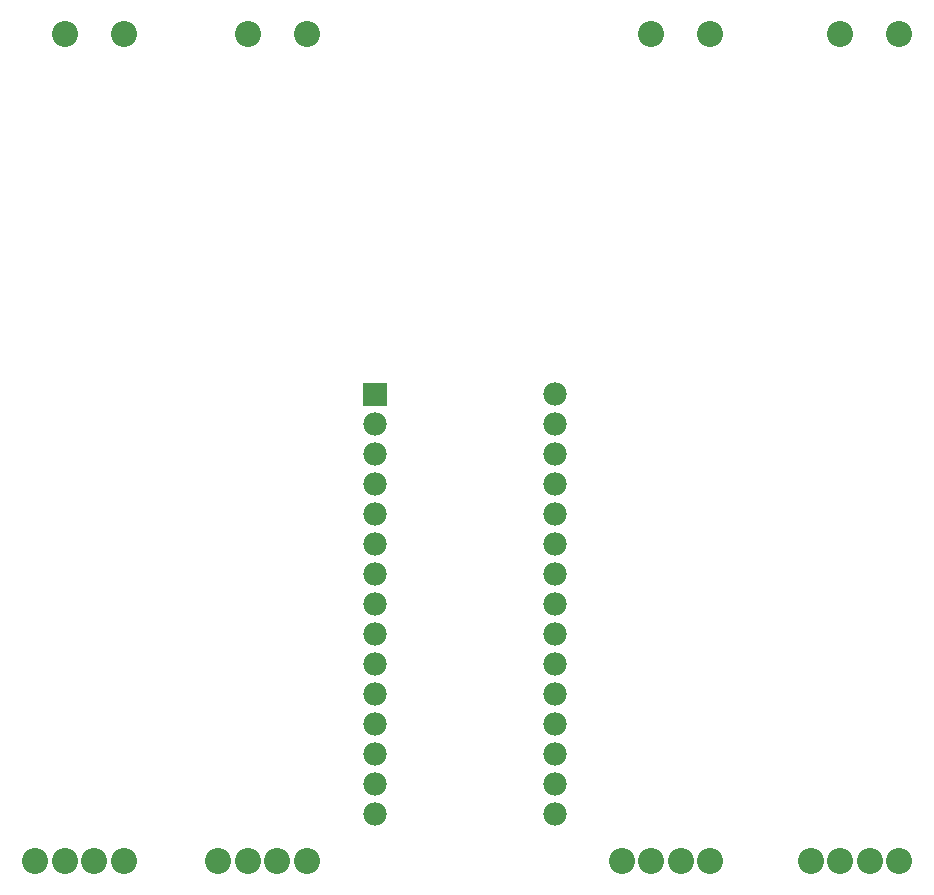
<source format=gts>
G04 Layer: TopSolderMaskLayer*
G04 EasyEDA v6.3.53, 2020-06-28T18:38:07+02:00*
G04 af82a4ba73104de48942a1140a1abb13,10*
G04 Gerber Generator version 0.2*
G04 Scale: 100 percent, Rotated: No, Reflected: No *
G04 Dimensions in millimeters *
G04 leading zeros omitted , absolute positions ,3 integer and 3 decimal *
%FSLAX33Y33*%
%MOMM*%
G90*
G71D02*

%ADD19C,1.981200*%
%ADD20C,2.203196*%

%LPD*%
G36*
G01X36474Y43342D02*
G01X36474Y45323D01*
G01X38455Y45323D01*
G01X38455Y43342D01*
G01X36474Y43342D01*
G37*
G54D19*
G01X37465Y41793D03*
G01X37465Y39253D03*
G01X37465Y36713D03*
G01X37465Y34173D03*
G01X37465Y31633D03*
G01X37465Y29093D03*
G01X37465Y26553D03*
G01X37465Y24013D03*
G01X37465Y21473D03*
G01X37465Y18933D03*
G01X37465Y16393D03*
G01X37465Y13853D03*
G01X37465Y11313D03*
G01X37465Y8773D03*
G01X52705Y44333D03*
G01X52705Y41793D03*
G01X52705Y39253D03*
G01X52705Y36713D03*
G01X52705Y34173D03*
G01X52705Y31633D03*
G01X52705Y29093D03*
G01X52705Y26553D03*
G01X52705Y24013D03*
G01X52705Y21473D03*
G01X52705Y18933D03*
G01X52705Y16393D03*
G01X52705Y13853D03*
G01X52705Y11313D03*
G01X52705Y8773D03*
G54D20*
G01X74354Y4861D03*
G01X76855Y4861D03*
G01X79355Y4861D03*
G01X81855Y4861D03*
G01X76855Y74862D03*
G01X81855Y74862D03*
G01X58352Y4861D03*
G01X60853Y4861D03*
G01X63353Y4861D03*
G01X65853Y4861D03*
G01X60853Y74862D03*
G01X65853Y74862D03*
G01X24189Y4861D03*
G01X26690Y4861D03*
G01X29190Y4861D03*
G01X31690Y4861D03*
G01X26690Y74862D03*
G01X31690Y74862D03*
G01X11196Y74861D03*
G01X16196Y74861D03*
G01X8695Y4861D03*
G01X11196Y4861D03*
G01X13696Y4861D03*
G01X16196Y4861D03*
M00*
M02*

</source>
